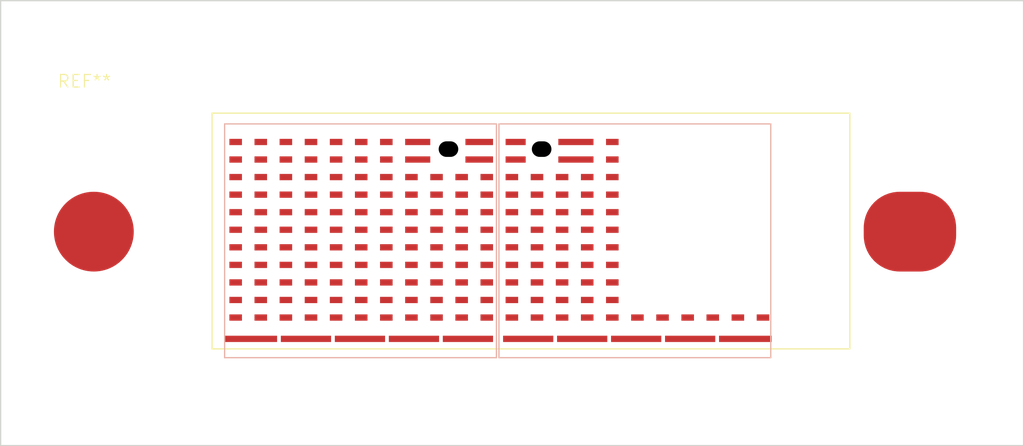
<source format=kicad_pcb>
(kicad_pcb (version 20221018) (generator pcbnew)
  (layers (0 "F.Cu" signal) (31 "B.Cu" signal) (34 "B.Paste" user) (35 "F.Paste" user) (36 "B.SilkS" user "B.Silkscreen") (37 "F.SilkS" user "F.Silkscreen") (38 "B.Mask" user) (39 "F.Mask" user) (44 "Edge.Cuts" user))
  (net 0 "")
  (footprint "unl_silab:1x2_croc_module" (layer "F.Cu") (at 119.38 91.44)
    (fp_text reference "REF**" (at -10.16 -2.54 unlocked) (layer "F.SilkS") (effects (font (thickness 0.1))))
    (fp_text value "1x2_croc_module")
    (fp_line (start 1 0.86) (end 1 19.5) (stroke (width 0.1)) (layer "B.SilkS"))
    (fp_line (start 1 0.86) (end 22.65 0.86) (stroke (width 0.1)) (layer "B.SilkS"))
    (fp_line (start 1 19.5) (end 22.65 19.5) (stroke (width 0.1)) (layer "B.SilkS"))
    (fp_line (start 22.65 0.86) (end 22.65 19.5) (stroke (width 0.1)) (layer "B.SilkS"))
    (fp_line (start 22.85 0.86) (end 22.85 19.5) (stroke (width 0.1)) (layer "B.SilkS"))
    (fp_line (start 22.85 0.86) (end 44.5 0.86) (stroke (width 0.1)) (layer "B.SilkS"))
    (fp_line (start 22.85 19.5) (end 44.5 19.5) (stroke (width 0.1)) (layer "B.SilkS"))
    (fp_line (start 44.5 0.86) (end 44.5 19.5) (stroke (width 0.1)) (layer "B.SilkS"))
    (fp_line (start 0 0) (end 0 18.8) (stroke (width 0.1)) (layer "F.SilkS"))
    (fp_line (start 0 0) (end 50.8 0) (stroke (width 0.1)) (layer "F.SilkS"))
    (fp_line (start 0 18.8) (end 50.8 18.8) (stroke (width 0.1)) (layer "F.SilkS"))
    (fp_line (start 50.8 0) (end 50.8 18.8) (stroke (width 0.1)) (layer "F.SilkS"))
    (pad "" np_thru_hole oval (at 18.83 2.87) (size 1.56 1.24) (drill oval 1.56 1.24) (layers "*.Mask"))
    (pad "" np_thru_hole oval (at 26.25 2.87) (size 1.56 1.24) (drill oval 1.56 1.24) (layers "*.Mask"))
  )
  (footprint "unl_silab:GLUE_STENCIL_CROC_1x2" (layer "F.Cu") (at 142.7145 101.59)
    (fp_text reference "" (at 0 0) (layer "F.SilkS") (effects (font (size 1.27 1.27))))
    (fp_text value "" (at 0 0) (layer "F.SilkS") (effects (font (size 1.27 1.27))))
    (pad "1" smd circle (at -32.75 -0.6994) (size 6.36 6.36) (layers "F.Cu" "F.Paste" "F.Mask"))
    (pad "2" smd rect (at -21.4545 6.15) (size 1 0.5) (layers "F.Cu" "F.Paste" "F.Mask"))
    (pad "3" smd rect (at -21.4545 3.35) (size 1 0.5) (layers "F.Cu" "F.Paste" "F.Mask"))
    (pad "4" smd rect (at -21.4545 4.75) (size 1 0.5) (layers "F.Cu" "F.Paste" "F.Mask"))
    (pad "5" smd rect (at -21.4545 0.55) (size 1 0.5) (layers "F.Cu" "F.Paste" "F.Mask"))
    (pad "6" smd rect (at -21.4545 1.95) (size 1 0.5) (layers "F.Cu" "F.Paste" "F.Mask"))
    (pad "7" smd rect (at -21.4545 -0.85) (size 1 0.5) (layers "F.Cu" "F.Paste" "F.Mask"))
    (pad "8" smd rect (at -21.4545 -3.65) (size 1 0.5) (layers "F.Cu" "F.Paste" "F.Mask"))
    (pad "9" smd rect (at -21.4545 -2.25) (size 1 0.5) (layers "F.Cu" "F.Paste" "F.Mask"))
    (pad "10" smd rect (at -21.4545 -6.45) (size 1 0.5) (layers "F.Cu" "F.Paste" "F.Mask"))
    (pad "11" smd rect (at -21.4545 -5.05) (size 1 0.5) (layers "F.Cu" "F.Paste" "F.Mask"))
    (pad "12" smd rect (at -21.4545 -7.85) (size 1 0.5) (layers "F.Cu" "F.Paste" "F.Mask"))
    (pad "13" smd rect (at -20.2545 7.85) (size 4.2 0.5) (layers "F.Cu" "F.Paste" "F.Mask"))
    (pad "14" smd rect (at -19.4545 6.15) (size 1 0.5) (layers "F.Cu" "F.Paste" "F.Mask"))
    (pad "15" smd rect (at -19.4545 3.35) (size 1 0.5) (layers "F.Cu" "F.Paste" "F.Mask"))
    (pad "16" smd rect (at -19.4545 4.75) (size 1 0.5) (layers "F.Cu" "F.Paste" "F.Mask"))
    (pad "17" smd rect (at -19.4545 0.55) (size 1 0.5) (layers "F.Cu" "F.Paste" "F.Mask"))
    (pad "18" smd rect (at -19.4545 1.95) (size 1 0.5) (layers "F.Cu" "F.Paste" "F.Mask"))
    (pad "19" smd rect (at -19.4545 -0.85) (size 1 0.5) (layers "F.Cu" "F.Paste" "F.Mask"))
    (pad "20" smd rect (at -19.4545 -3.65) (size 1 0.5) (layers "F.Cu" "F.Paste" "F.Mask"))
    (pad "21" smd rect (at -19.4545 -2.25) (size 1 0.5) (layers "F.Cu" "F.Paste" "F.Mask"))
    (pad "22" smd rect (at -19.4545 -6.45) (size 1 0.5) (layers "F.Cu" "F.Paste" "F.Mask"))
    (pad "23" smd rect (at -19.4545 -5.05) (size 1 0.5) (layers "F.Cu" "F.Paste" "F.Mask"))
    (pad "24" smd rect (at -19.4545 -7.85) (size 1 0.5) (layers "F.Cu" "F.Paste" "F.Mask"))
    (pad "25" smd rect (at -17.4545 6.15) (size 1 0.5) (layers "F.Cu" "F.Paste" "F.Mask"))
    (pad "26" smd rect (at -17.4545 3.35) (size 1 0.5) (layers "F.Cu" "F.Paste" "F.Mask"))
    (pad "27" smd rect (at -17.4545 4.75) (size 1 0.5) (layers "F.Cu" "F.Paste" "F.Mask"))
    (pad "28" smd rect (at -17.4545 0.55) (size 1 0.5) (layers "F.Cu" "F.Paste" "F.Mask"))
    (pad "29" smd rect (at -17.4545 1.95) (size 1 0.5) (layers "F.Cu" "F.Paste" "F.Mask"))
    (pad "30" smd rect (at -17.4545 -0.85) (size 1 0.5) (layers "F.Cu" "F.Paste" "F.Mask"))
    (pad "31" smd rect (at -17.4545 -3.65) (size 1 0.5) (layers "F.Cu" "F.Paste" "F.Mask"))
    (pad "32" smd rect (at -17.4545 -2.25) (size 1 0.5) (layers "F.Cu" "F.Paste" "F.Mask"))
    (pad "33" smd rect (at -17.4545 -6.45) (size 1 0.5) (layers "F.Cu" "F.Paste" "F.Mask"))
    (pad "34" smd rect (at -17.4545 -5.05) (size 1 0.5) (layers "F.Cu" "F.Paste" "F.Mask"))
    (pad "35" smd rect (at -17.4545 -7.85) (size 1 0.5) (layers "F.Cu" "F.Paste" "F.Mask"))
    (pad "36" smd rect (at -15.8545 7.85) (size 4 0.5) (layers "F.Cu" "F.Paste" "F.Mask"))
    (pad "37" smd rect (at -15.4545 6.15) (size 1 0.5) (layers "F.Cu" "F.Paste" "F.Mask"))
    (pad "38" smd rect (at -15.4545 3.35) (size 1 0.5) (layers "F.Cu" "F.Paste" "F.Mask"))
    (pad "39" smd rect (at -15.4545 4.75) (size 1 0.5) (layers "F.Cu" "F.Paste" "F.Mask"))
    (pad "40" smd rect (at -15.4545 0.55) (size 1 0.5) (layers "F.Cu" "F.Paste" "F.Mask"))
    (pad "41" smd rect (at -15.4545 1.95) (size 1 0.5) (layers "F.Cu" "F.Paste" "F.Mask"))
    (pad "42" smd rect (at -15.4545 -0.85) (size 1 0.5) (layers "F.Cu" "F.Paste" "F.Mask"))
    (pad "43" smd rect (at -15.4545 -3.65) (size 1 0.5) (layers "F.Cu" "F.Paste" "F.Mask"))
    (pad "44" smd rect (at -15.4545 -2.25) (size 1 0.5) (layers "F.Cu" "F.Paste" "F.Mask"))
    (pad "45" smd rect (at -15.4545 -6.45) (size 1 0.5) (layers "F.Cu" "F.Paste" "F.Mask"))
    (pad "46" smd rect (at -15.4545 -5.05) (size 1 0.5) (layers "F.Cu" "F.Paste" "F.Mask"))
    (pad "47" smd rect (at -15.4545 -7.85) (size 1 0.5) (layers "F.Cu" "F.Paste" "F.Mask"))
    (pad "48" smd rect (at -13.4545 6.15) (size 1 0.5) (layers "F.Cu" "F.Paste" "F.Mask"))
    (pad "49" smd rect (at -13.4545 3.35) (size 1 0.5) (layers "F.Cu" "F.Paste" "F.Mask"))
    (pad "50" smd rect (at -13.4545 4.75) (size 1 0.5) (layers "F.Cu" "F.Paste" "F.Mask"))
    (pad "51" smd rect (at -13.4545 0.55) (size 1 0.5) (layers "F.Cu" "F.Paste" "F.Mask"))
    (pad "52" smd rect (at -13.4545 1.95) (size 1 0.5) (layers "F.Cu" "F.Paste" "F.Mask"))
    (pad "53" smd rect (at -13.4545 -0.85) (size 1 0.5) (layers "F.Cu" "F.Paste" "F.Mask"))
    (pad "54" smd rect (at -13.4545 -3.65) (size 1 0.5) (layers "F.Cu" "F.Paste" "F.Mask"))
    (pad "55" smd rect (at -13.4545 -2.25) (size 1 0.5) (layers "F.Cu" "F.Paste" "F.Mask"))
    (pad "56" smd rect (at -13.4545 -6.45) (size 1 0.5) (layers "F.Cu" "F.Paste" "F.Mask"))
    (pad "57" smd rect (at -13.4545 -5.05) (size 1 0.5) (layers "F.Cu" "F.Paste" "F.Mask"))
    (pad "58" smd rect (at -13.4545 -7.85) (size 1 0.5) (layers "F.Cu" "F.Paste" "F.Mask"))
    (pad "59" smd rect (at -11.5545 7.85) (size 4 0.5) (layers "F.Cu" "F.Paste" "F.Mask"))
    (pad "60" smd rect (at -11.4545 6.15) (size 1 0.5) (layers "F.Cu" "F.Paste" "F.Mask"))
    (pad "61" smd rect (at -11.4545 3.35) (size 1 0.5) (layers "F.Cu" "F.Paste" "F.Mask"))
    (pad "62" smd rect (at -11.4545 4.75) (size 1 0.5) (layers "F.Cu" "F.Paste" "F.Mask"))
    (pad "63" smd rect (at -11.4545 0.55) (size 1 0.5) (layers "F.Cu" "F.Paste" "F.Mask"))
    (pad "64" smd rect (at -11.4545 1.95) (size 1 0.5) (layers "F.Cu" "F.Paste" "F.Mask"))
    (pad "65" smd rect (at -11.4545 -0.85) (size 1 0.5) (layers "F.Cu" "F.Paste" "F.Mask"))
    (pad "66" smd rect (at -11.4545 -3.65) (size 1 0.5) (layers "F.Cu" "F.Paste" "F.Mask"))
    (pad "67" smd rect (at -11.4545 -2.25) (size 1 0.5) (layers "F.Cu" "F.Paste" "F.Mask"))
    (pad "68" smd rect (at -11.4545 -6.45) (size 1 0.5) (layers "F.Cu" "F.Paste" "F.Mask"))
    (pad "69" smd rect (at -11.4545 -5.05) (size 1 0.5) (layers "F.Cu" "F.Paste" "F.Mask"))
    (pad "70" smd rect (at -11.4545 -7.85) (size 1 0.5) (layers "F.Cu" "F.Paste" "F.Mask"))
    (pad "71" smd rect (at -9.4545 6.15) (size 1 0.5) (layers "F.Cu" "F.Paste" "F.Mask"))
    (pad "72" smd rect (at -9.4545 3.35) (size 1 0.5) (layers "F.Cu" "F.Paste" "F.Mask"))
    (pad "73" smd rect (at -9.4545 4.75) (size 1 0.5) (layers "F.Cu" "F.Paste" "F.Mask"))
    (pad "74" smd rect (at -9.4545 0.55) (size 1 0.5) (layers "F.Cu" "F.Paste" "F.Mask"))
    (pad "75" smd rect (at -9.4545 1.95) (size 1 0.5) (layers "F.Cu" "F.Paste" "F.Mask"))
    (pad "76" smd rect (at -9.4545 -0.85) (size 1 0.5) (layers "F.Cu" "F.Paste" "F.Mask"))
    (pad "77" smd rect (at -9.4545 -3.65) (size 1 0.5) (layers "F.Cu" "F.Paste" "F.Mask"))
    (pad "78" smd rect (at -9.4545 -2.25) (size 1 0.5) (layers "F.Cu" "F.Paste" "F.Mask"))
    (pad "79" smd rect (at -9.4545 -6.45) (size 1 0.5) (layers "F.Cu" "F.Paste" "F.Mask"))
    (pad "80" smd rect (at -9.4545 -5.05) (size 1 0.5) (layers "F.Cu" "F.Paste" "F.Mask"))
    (pad "81" smd rect (at -9.4545 -7.85) (size 1 0.5) (layers "F.Cu" "F.Paste" "F.Mask"))
    (pad "82" smd rect (at -7.4545 6.15) (size 1 0.5) (layers "F.Cu" "F.Paste" "F.Mask"))
    (pad "83" smd rect (at -7.4545 3.35) (size 1 0.5) (layers "F.Cu" "F.Paste" "F.Mask"))
    (pad "84" smd rect (at -7.4545 4.75) (size 1 0.5) (layers "F.Cu" "F.Paste" "F.Mask"))
    (pad "85" smd rect (at -7.4545 0.55) (size 1 0.5) (layers "F.Cu" "F.Paste" "F.Mask"))
    (pad "86" smd rect (at -7.4545 1.95) (size 1 0.5) (layers "F.Cu" "F.Paste" "F.Mask"))
    (pad "87" smd rect (at -7.4545 -0.85) (size 1 0.5) (layers "F.Cu" "F.Paste" "F.Mask"))
    (pad "88" smd rect (at -7.4545 -3.65) (size 1 0.5) (layers "F.Cu" "F.Paste" "F.Mask"))
    (pad "89" smd rect (at -7.4545 -2.25) (size 1 0.5) (layers "F.Cu" "F.Paste" "F.Mask"))
    (pad "90" smd rect (at -7.4545 -5.05) (size 1 0.5) (layers "F.Cu" "F.Paste" "F.Mask"))
    (pad "91" smd rect (at -6.9545 -7.85) (size 2 0.5) (layers "F.Cu" "F.Paste" "F.Mask"))
    (pad "92" smd rect (at -7.2545 7.85) (size 4 0.5) (layers "F.Cu" "F.Paste" "F.Mask"))
    (pad "93" smd rect (at -5.4545 6.15) (size 1 0.5) (layers "F.Cu" "F.Paste" "F.Mask"))
    (pad "94" smd rect (at -5.4545 3.35) (size 1 0.5) (layers "F.Cu" "F.Paste" "F.Mask"))
    (pad "95" smd rect (at -5.4545 4.75) (size 1 0.5) (layers "F.Cu" "F.Paste" "F.Mask"))
    (pad "96" smd rect (at -5.4545 0.55) (size 1 0.5) (layers "F.Cu" "F.Paste" "F.Mask"))
    (pad "97" smd rect (at -5.4545 1.95) (size 1 0.5) (layers "F.Cu" "F.Paste" "F.Mask"))
    (pad "98" smd rect (at -5.4545 -0.85) (size 1 0.5) (layers "F.Cu" "F.Paste" "F.Mask"))
    (pad "99" smd rect (at -5.4545 -3.65) (size 1 0.5) (layers "F.Cu" "F.Paste" "F.Mask"))
    (pad "100" smd rect (at -5.4545 -2.25) (size 1 0.5) (layers "F.Cu" "F.Paste" "F.Mask"))
    (pad "101" smd rect (at -3.4545 6.15) (size 1 0.5) (layers "F.Cu" "F.Paste" "F.Mask"))
    (pad "102" smd rect (at -3.4545 3.35) (size 1 0.5) (layers "F.Cu" "F.Paste" "F.Mask"))
    (pad "103" smd rect (at -3.4545 4.75) (size 1 0.5) (layers "F.Cu" "F.Paste" "F.Mask"))
    (pad "104" smd rect (at -3.4545 0.55) (size 1 0.5) (layers "F.Cu" "F.Paste" "F.Mask"))
    (pad "105" smd rect (at -3.4545 1.95) (size 1 0.5) (layers "F.Cu" "F.Paste" "F.Mask"))
    (pad "106" smd rect (at -3.4545 -0.85) (size 1 0.5) (layers "F.Cu" "F.Paste" "F.Mask"))
    (pad "107" smd rect (at -3.4545 -3.65) (size 1 0.5) (layers "F.Cu" "F.Paste" "F.Mask"))
    (pad "108" smd rect (at -3.4545 -2.25) (size 1 0.5) (layers "F.Cu" "F.Paste" "F.Mask"))
    (pad "109" smd rect (at -6.9545 -6.45) (size 2 0.5) (layers "F.Cu" "F.Paste" "F.Mask"))
    (pad "110" smd rect (at -3.4545 -5.05) (size 1 0.5) (layers "F.Cu" "F.Paste" "F.Mask"))
    (pad "111" smd rect (at -5.4545 -5.05) (size 1 0.5) (layers "F.Cu" "F.Paste" "F.Mask"))
    (pad "112" smd rect (at -2.9545 7.85) (size 4 0.5) (layers "F.Cu" "F.Paste" "F.Mask"))
    (pad "113" smd rect (at -1.4545 6.15) (size 1 0.5) (layers "F.Cu" "F.Paste" "F.Mask"))
    (pad "114" smd rect (at -1.4545 3.35) (size 1 0.5) (layers "F.Cu" "F.Paste" "F.Mask"))
    (pad "115" smd rect (at -1.4545 4.75) (size 1 0.5) (layers "F.Cu" "F.Paste" "F.Mask"))
    (pad "116" smd rect (at -1.4545 0.55) (size 1 0.5) (layers "F.Cu" "F.Paste" "F.Mask"))
    (pad "117" smd rect (at -1.4545 1.95) (size 1 0.5) (layers "F.Cu" "F.Paste" "F.Mask"))
    (pad "118" smd rect (at -1.4545 -0.85) (size 1 0.5) (layers "F.Cu" "F.Paste" "F.Mask"))
    (pad "119" smd rect (at -1.4545 -3.65) (size 1 0.5) (layers "F.Cu" "F.Paste" "F.Mask"))
    (pad "120" smd rect (at -1.4545 -2.25) (size 1 0.5) (layers "F.Cu" "F.Paste" "F.Mask"))
    (pad "121" smd rect (at -2.0545 -6.45) (size 2.2 0.5) (layers "F.Cu" "F.Paste" "F.Mask"))
    (pad "122" smd rect (at -1.4545 -5.05) (size 1 0.5) (layers "F.Cu" "F.Paste" "F.Mask"))
    (pad "123" smd rect (at -2.0545 -7.85) (size 2.2 0.5) (layers "F.Cu" "F.Paste" "F.Mask"))
    (pad "124" smd rect (at 0.5455 6.15) (size 1 0.5) (layers "F.Cu" "F.Paste" "F.Mask"))
    (pad "125" smd rect (at 0.5455 3.35) (size 1 0.5) (layers "F.Cu" "F.Paste" "F.Mask"))
    (pad "126" smd rect (at 0.5455 4.75) (size 1 0.5) (layers "F.Cu" "F.Paste" "F.Mask"))
    (pad "127" smd rect (at 0.5455 0.55) (size 1 0.5) (layers "F.Cu" "F.Paste" "F.Mask"))
    (pad "128" smd rect (at 0.5455 1.95) (size 1 0.5) (layers "F.Cu" "F.Paste" "F.Mask"))
    (pad "129" smd rect (at 0.5455 -0.85) (size 1 0.5) (layers "F.Cu" "F.Paste" "F.Mask"))
    (pad "130" smd rect (at 0.5455 -3.65) (size 1 0.5) (layers "F.Cu" "F.Paste" "F.Mask"))
    (pad "131" smd rect (at 0.5455 -2.25) (size 1 0.5) (layers "F.Cu" "F.Paste" "F.Mask"))
    (pad "132" smd rect (at 0.8455 -6.45) (size 1.6 0.5) (layers "F.Cu" "F.Paste" "F.Mask"))
    (pad "133" smd rect (at 0.5455 -5.05) (size 1 0.5) (layers "F.Cu" "F.Paste" "F.Mask"))
    (pad "134" smd rect (at 0.8455 -7.85) (size 1.6 0.5) (layers "F.Cu" "F.Paste" "F.Mask"))
    (pad "135" smd rect (at 1.8455 7.85) (size 4 0.5) (layers "F.Cu" "F.Paste" "F.Mask"))
    (pad "136" smd rect (at 2.5455 6.15) (size 1 0.5) (layers "F.Cu" "F.Paste" "F.Mask"))
    (pad "137" smd rect (at 2.5455 3.35) (size 1 0.5) (layers "F.Cu" "F.Paste" "F.Mask"))
    (pad "138" smd rect (at 2.5455 4.75) (size 1 0.5) (layers "F.Cu" "F.Paste" "F.Mask"))
    (pad "139" smd rect (at 2.5455 0.55) (size 1 0.5) (layers "F.Cu" "F.Paste" "F.Mask"))
    (pad "140" smd rect (at 2.5455 1.95) (size 1 0.5) (layers "F.Cu" "F.Paste" "F.Mask"))
    (pad "141" smd rect (at 2.5455 -0.85) (size 1 0.5) (layers "F.Cu" "F.Paste" "F.Mask"))
    (pad "142" smd rect (at 2.5455 -3.65) (size 1 0.5) (layers "F.Cu" "F.Paste" "F.Mask"))
    (pad "143" smd rect (at 2.5455 -2.25) (size 1 0.5) (layers "F.Cu" "F.Paste" "F.Mask"))
    (pad "144" smd rect (at 5.6455 -6.45) (size 2.8 0.5) (layers "F.Cu" "F.Paste" "F.Mask"))
    (pad "145" smd rect (at 2.5455 -5.05) (size 1 0.5) (layers "F.Cu" "F.Paste" "F.Mask"))
    (pad "146" smd rect (at 4.5455 -5.05) (size 1 0.5) (layers "F.Cu" "F.Paste" "F.Mask"))
    (pad "147" smd rect (at 4.5455 6.15) (size 1 0.5) (layers "F.Cu" "F.Paste" "F.Mask"))
    (pad "148" smd rect (at 4.5455 3.35) (size 1 0.5) (layers "F.Cu" "F.Paste" "F.Mask"))
    (pad "149" smd rect (at 4.5455 4.75) (size 1 0.5) (layers "F.Cu" "F.Paste" "F.Mask"))
    (pad "150" smd rect (at 4.5455 0.55) (size 1 0.5) (layers "F.Cu" "F.Paste" "F.Mask"))
    (pad "151" smd rect (at 4.5455 1.95) (size 1 0.5) (layers "F.Cu" "F.Paste" "F.Mask"))
    (pad "152" smd rect (at 4.5455 -0.85) (size 1 0.5) (layers "F.Cu" "F.Paste" "F.Mask"))
    (pad "153" smd rect (at 4.5455 -3.65) (size 1 0.5) (layers "F.Cu" "F.Paste" "F.Mask"))
    (pad "154" smd rect (at 4.5455 -2.25) (size 1 0.5) (layers "F.Cu" "F.Paste" "F.Mask"))
    (pad "155" smd rect (at 6.1455 7.85) (size 4 0.5) (layers "F.Cu" "F.Paste" "F.Mask"))
    (pad "156" smd rect (at 6.5455 6.15) (size 1 0.5) (layers "F.Cu" "F.Paste" "F.Mask"))
    (pad "157" smd rect (at 6.5455 3.35) (size 1 0.5) (layers "F.Cu" "F.Paste" "F.Mask"))
    (pad "158" smd rect (at 6.5455 4.75) (size 1 0.5) (layers "F.Cu" "F.Paste" "F.Mask"))
    (pad "159" smd rect (at 6.5455 0.55) (size 1 0.5) (layers "F.Cu" "F.Paste" "F.Mask"))
    (pad "160" smd rect (at 6.5455 1.95) (size 1 0.5) (layers "F.Cu" "F.Paste" "F.Mask"))
    (pad "161" smd rect (at 6.5455 -0.85) (size 1 0.5) (layers "F.Cu" "F.Paste" "F.Mask"))
    (pad "162" smd rect (at 6.5455 -3.65) (size 1 0.5) (layers "F.Cu" "F.Paste" "F.Mask"))
    (pad "163" smd rect (at 6.5455 -2.25) (size 1 0.5) (layers "F.Cu" "F.Paste" "F.Mask"))
    (pad "164" smd rect (at 6.5455 -5.05) (size 1 0.5) (layers "F.Cu" "F.Paste" "F.Mask"))
    (pad "165" smd rect (at 5.6455 -7.85) (size 2.8 0.5) (layers "F.Cu" "F.Paste" "F.Mask"))
    (pad "166" smd rect (at 8.5455 6.15) (size 1 0.5) (layers "F.Cu" "F.Paste" "F.Mask"))
    (pad "167" smd rect (at 8.5455 4.75) (size 1 0.5) (layers "F.Cu" "F.Paste" "F.Mask"))
    (pad "168" smd rect (at 8.5455 3.35) (size 1 0.5) (layers "F.Cu" "F.Paste" "F.Mask"))
    (pad "169" smd rect (at 8.5455 1.95) (size 1 0.5) (layers "F.Cu" "F.Paste" "F.Mask"))
    (pad "170" smd rect (at 8.5455 0.55) (size 1 0.5) (layers "F.Cu" "F.Paste" "F.Mask"))
    (pad "171" smd rect (at 8.5455 -0.85) (size 1 0.5) (layers "F.Cu" "F.Paste" "F.Mask"))
    (pad "172" smd rect (at 8.5455 -2.25) (size 1 0.5) (layers "F.Cu" "F.Paste" "F.Mask"))
    (pad "173" smd rect (at 8.5455 -3.65) (size 1 0.5) (layers "F.Cu" "F.Paste" "F.Mask"))
    (pad "174" smd rect (at 8.5455 -5.05) (size 1 0.5) (layers "F.Cu" "F.Paste" "F.Mask"))
    (pad "175" smd rect (at 8.5455 -6.45) (size 1 0.5) (layers "F.Cu" "F.Paste" "F.Mask"))
    (pad "176" smd rect (at 8.5455 -7.85) (size 1 0.5) (layers "F.Cu" "F.Paste" "F.Mask"))
    (pad "177" smd rect (at 10.4455 7.85) (size 4 0.5) (layers "F.Cu" "F.Paste" "F.Mask"))
    (pad "178" smd rect (at 10.5455 6.15) (size 1 0.5) (layers "F.Cu" "F.Paste" "F.Mask"))
    (pad "179" smd rect (at 12.5455 6.15) (size 1 0.5) (layers "F.Cu" "F.Paste" "F.Mask"))
    (pad "180" smd rect (at 14.5455 6.15) (size 1 0.5) (layers "F.Cu" "F.Paste" "F.Mask"))
    (pad "181" smd rect (at 14.7455 7.85) (size 4 0.5) (layers "F.Cu" "F.Paste" "F.Mask"))
    (pad "182" smd rect (at 16.5455 6.15) (size 1 0.5) (layers "F.Cu" "F.Paste" "F.Mask"))
    (pad "183" smd rect (at 18.5455 6.15) (size 1 0.5) (layers "F.Cu" "F.Paste" "F.Mask"))
    (pad "184" smd rect (at 19.1455 7.85) (size 4.2 0.5) (layers "F.Cu" "F.Paste" "F.Mask"))
    (pad "185" smd rect (at 20.5455 6.15) (size 1 0.5) (layers "F.Cu" "F.Paste" "F.Mask"))
    (pad "186" smd roundrect (at 32.25 -0.6994) (size 7.36 6.36) (layers "F.Cu" "F.Paste" "F.Mask") (roundrect_rratio 0.45))
  )
  (gr_rect (start 102.54 82.47) (end 184.02 117.95) (stroke (width 0.1)) (fill none) (layer "Edge.Cuts"))
)
</source>
